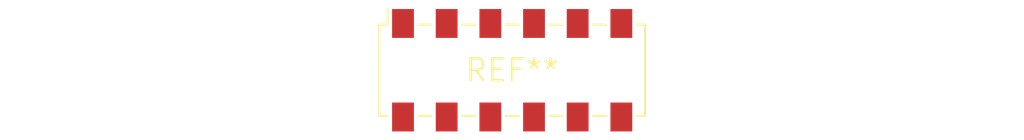
<source format=kicad_pcb>
(kicad_pcb (version 20240108) (generator pcbnew)
  (layers (0 "F.Cu" signal) (31 "B.Cu" signal) (34 "B.Paste" user) (35 "F.Paste" user) (36 "B.SilkS" user "B.Silkscreen") (37 "F.SilkS" user "F.Silkscreen") (38 "B.Mask" user) (39 "F.Mask" user) (44 "Edge.Cuts" user))
  (net 0 "")
  (footprint "Samtec_HLE-106-02-xxx-DV-BE_2x06_P2.54mm_Horizontal" (layer "F.Cu") (at 0 0)
    (property "Reference" "REF**")
    (property "Value" "Samtec_HLE-106-02-xxx-DV-BE_2x06_P2.54mm_Horizontal")
    (fp_line (start -7.73 -2.65) (end -7.73 2.65) (layer "F.SilkS") (stroke (width 0.12)))
    (fp_line (start -7.73 2.65) (end -7.245 2.65) (layer "F.SilkS") (stroke (width 0.12)))
    (fp_line (start -7.245 -3.56) (end -7.245 -2.65) (layer "F.SilkS") (stroke (width 0.12)))
    (fp_line (start -7.245 -2.65) (end -7.73 -2.65) (layer "F.SilkS") (stroke (width 0.12)))
    (fp_line (start -5.455 -2.65) (end -4.705 -2.65) (layer "F.SilkS") (stroke (width 0.12)))
    (fp_line (start -5.455 2.65) (end -4.705 2.65) (layer "F.SilkS") (stroke (width 0.12)))
    (fp_line (start -2.915 -2.65) (end -2.165 -2.65) (layer "F.SilkS") (stroke (width 0.12)))
    (fp_line (start -2.915 2.65) (end -2.165 2.65) (layer "F.SilkS") (stroke (width 0.12)))
    (fp_line (start -0.375 -2.65) (end 0.375 -2.65) (layer "F.SilkS") (stroke (width 0.12)))
    (fp_line (start -0.375 2.65) (end 0.375 2.65) (layer "F.SilkS") (stroke (width 0.12)))
    (fp_line (start 2.165 -2.65) (end 2.915 -2.65) (layer "F.SilkS") (stroke (width 0.12)))
    (fp_line (start 2.165 2.65) (end 2.915 2.65) (layer "F.SilkS") (stroke (width 0.12)))
    (fp_line (start 4.705 -2.65) (end 5.455 -2.65) (layer "F.SilkS") (stroke (width 0.12)))
    (fp_line (start 4.705 2.65) (end 5.455 2.65) (layer "F.SilkS") (stroke (width 0.12)))
    (fp_line (start 7.245 -2.65) (end 7.73 -2.65) (layer "F.SilkS") (stroke (width 0.12)))
    (fp_line (start 7.73 -2.65) (end 7.73 2.65) (layer "F.SilkS") (stroke (width 0.12)))
    (fp_line (start 7.73 2.65) (end 7.245 2.65) (layer "F.SilkS") (stroke (width 0.12)))
    (pad "" np_thru_hole circle (at -6.35 -1.27) (size 0.97 0.97) (drill 0.97) (layers *.Cu *.Mask))
    (pad "" np_thru_hole circle (at -6.35 1.27) (size 0.97 0.97) (drill 0.97) (layers *.Cu *.Mask))
    (pad "" np_thru_hole circle (at -3.81 -1.27) (size 0.97 0.97) (drill 0.97) (layers *.Cu *.Mask))
    (pad "" np_thru_hole circle (at -3.81 1.27) (size 0.97 0.97) (drill 0.97) (layers *.Cu *.Mask))
    (pad "" np_thru_hole circle (at -1.27 -1.27) (size 0.97 0.97) (drill 0.97) (layers *.Cu *.Mask))
    (pad "" np_thru_hole circle (at -1.27 1.27) (size 0.97 0.97) (drill 0.97) (layers *.Cu *.Mask))
    (pad "" np_thru_hole circle (at 1.27 -1.27) (size 0.97 0.97) (drill 0.97) (layers *.Cu *.Mask))
    (pad "" np_thru_hole circle (at 1.27 1.27) (size 0.97 0.97) (drill 0.97) (layers *.Cu *.Mask))
    (pad "" np_thru_hole circle (at 3.81 -1.27) (size 0.97 0.97) (drill 0.97) (layers *.Cu *.Mask))
    (pad "" np_thru_hole circle (at 3.81 1.27) (size 0.97 0.97) (drill 0.97) (layers *.Cu *.Mask))
    (pad "" np_thru_hole circle (at 6.35 -1.27) (size 0.97 0.97) (drill 0.97) (layers *.Cu *.Mask))
    (pad "" np_thru_hole circle (at 6.35 1.27) (size 0.97 0.97) (drill 0.97) (layers *.Cu *.Mask))
    (pad "1" smd rect (at -6.35 -2.72) (size 1.27 1.68) (layers "F.Cu" "F.Paste" "F.Mask"))
    (pad "2" smd rect (at -6.35 2.72) (size 1.27 1.68) (layers "F.Cu" "F.Paste" "F.Mask"))
    (pad "3" smd rect (at -3.81 -2.72) (size 1.27 1.68) (layers "F.Cu" "F.Paste" "F.Mask"))
    (pad "4" smd rect (at -3.81 2.72) (size 1.27 1.68) (layers "F.Cu" "F.Paste" "F.Mask"))
    (pad "5" smd rect (at -1.27 -2.72) (size 1.27 1.68) (layers "F.Cu" "F.Paste" "F.Mask"))
    (pad "6" smd rect (at -1.27 2.72) (size 1.27 1.68) (layers "F.Cu" "F.Paste" "F.Mask"))
    (pad "7" smd rect (at 1.27 -2.72) (size 1.27 1.68) (layers "F.Cu" "F.Paste" "F.Mask"))
    (pad "8" smd rect (at 1.27 2.72) (size 1.27 1.68) (layers "F.Cu" "F.Paste" "F.Mask"))
    (pad "9" smd rect (at 3.81 -2.72) (size 1.27 1.68) (layers "F.Cu" "F.Paste" "F.Mask"))
    (pad "10" smd rect (at 3.81 2.72) (size 1.27 1.68) (layers "F.Cu" "F.Paste" "F.Mask"))
    (pad "11" smd rect (at 6.35 -2.72) (size 1.27 1.68) (layers "F.Cu" "F.Paste" "F.Mask"))
    (pad "12" smd rect (at 6.35 2.72) (size 1.27 1.68) (layers "F.Cu" "F.Paste" "F.Mask"))
  )
)
</source>
